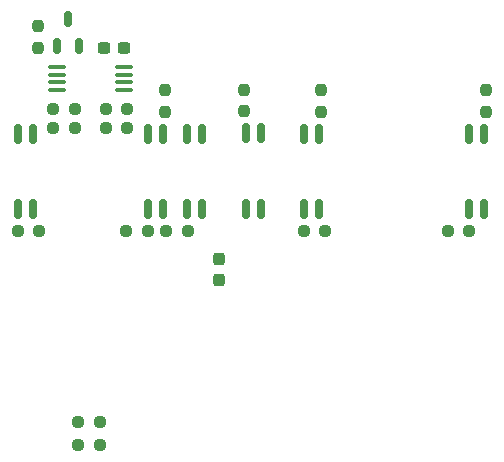
<source format=gtp>
G04 #@! TF.GenerationSoftware,KiCad,Pcbnew,7.0.0*
G04 #@! TF.CreationDate,2023-02-28T23:45:34-08:00*
G04 #@! TF.ProjectId,KYBERNETES-CHASSIS-SHIELD,4b594245-524e-4455-9445-532d43484153,rev?*
G04 #@! TF.SameCoordinates,Original*
G04 #@! TF.FileFunction,Paste,Top*
G04 #@! TF.FilePolarity,Positive*
%FSLAX46Y46*%
G04 Gerber Fmt 4.6, Leading zero omitted, Abs format (unit mm)*
G04 Created by KiCad (PCBNEW 7.0.0) date 2023-02-28 23:45:34*
%MOMM*%
%LPD*%
G01*
G04 APERTURE LIST*
G04 Aperture macros list*
%AMRoundRect*
0 Rectangle with rounded corners*
0 $1 Rounding radius*
0 $2 $3 $4 $5 $6 $7 $8 $9 X,Y pos of 4 corners*
0 Add a 4 corners polygon primitive as box body*
4,1,4,$2,$3,$4,$5,$6,$7,$8,$9,$2,$3,0*
0 Add four circle primitives for the rounded corners*
1,1,$1+$1,$2,$3*
1,1,$1+$1,$4,$5*
1,1,$1+$1,$6,$7*
1,1,$1+$1,$8,$9*
0 Add four rect primitives between the rounded corners*
20,1,$1+$1,$2,$3,$4,$5,0*
20,1,$1+$1,$4,$5,$6,$7,0*
20,1,$1+$1,$6,$7,$8,$9,0*
20,1,$1+$1,$8,$9,$2,$3,0*%
G04 Aperture macros list end*
%ADD10RoundRect,0.150000X0.150000X-0.662500X0.150000X0.662500X-0.150000X0.662500X-0.150000X-0.662500X0*%
%ADD11RoundRect,0.237500X0.250000X0.237500X-0.250000X0.237500X-0.250000X-0.237500X0.250000X-0.237500X0*%
%ADD12RoundRect,0.237500X-0.250000X-0.237500X0.250000X-0.237500X0.250000X0.237500X-0.250000X0.237500X0*%
%ADD13RoundRect,0.237500X-0.237500X0.250000X-0.237500X-0.250000X0.237500X-0.250000X0.237500X0.250000X0*%
%ADD14RoundRect,0.237500X-0.237500X0.300000X-0.237500X-0.300000X0.237500X-0.300000X0.237500X0.300000X0*%
%ADD15RoundRect,0.150000X-0.150000X0.662500X-0.150000X-0.662500X0.150000X-0.662500X0.150000X0.662500X0*%
%ADD16RoundRect,0.237500X0.300000X0.237500X-0.300000X0.237500X-0.300000X-0.237500X0.300000X-0.237500X0*%
%ADD17RoundRect,0.237500X0.237500X-0.250000X0.237500X0.250000X-0.237500X0.250000X-0.237500X-0.250000X0*%
%ADD18RoundRect,0.150000X0.150000X-0.512500X0.150000X0.512500X-0.150000X0.512500X-0.150000X-0.512500X0*%
%ADD19RoundRect,0.100000X-0.637500X-0.100000X0.637500X-0.100000X0.637500X0.100000X-0.637500X0.100000X0*%
G04 APERTURE END LIST*
D10*
X146205000Y-94437500D03*
X147475000Y-94437500D03*
X147475000Y-100812500D03*
X146205000Y-100812500D03*
D11*
X156075000Y-102675000D03*
X157900000Y-102675000D03*
D12*
X170075000Y-102675000D03*
X168250000Y-102675000D03*
D13*
X133550000Y-85325000D03*
X133550000Y-87150000D03*
D11*
X141125000Y-92375000D03*
X139300000Y-92375000D03*
D12*
X146225000Y-102675000D03*
X144400000Y-102675000D03*
D11*
X138775000Y-118850000D03*
X136950000Y-118850000D03*
D14*
X148850000Y-105060000D03*
X148850000Y-106785000D03*
D11*
X136700000Y-93925000D03*
X134875000Y-93925000D03*
D15*
X152475000Y-100787500D03*
X151205000Y-100787500D03*
X151205000Y-94412500D03*
X152475000Y-94412500D03*
D10*
X131855000Y-94437500D03*
X133125000Y-94437500D03*
X133125000Y-100812500D03*
X131855000Y-100812500D03*
D16*
X140875000Y-87150000D03*
X139150000Y-87150000D03*
D11*
X138775000Y-120825000D03*
X136950000Y-120825000D03*
D12*
X139300000Y-93950000D03*
X141125000Y-93950000D03*
D10*
X156080000Y-94437500D03*
X157350000Y-94437500D03*
X157350000Y-100812500D03*
X156080000Y-100812500D03*
D17*
X144325000Y-90737500D03*
X144325000Y-92562500D03*
D18*
X135150000Y-86975000D03*
X137050000Y-86975000D03*
X136100000Y-84700000D03*
D19*
X135137500Y-88775000D03*
X135137500Y-89425000D03*
X135137500Y-90075000D03*
X135137500Y-90725000D03*
X140862500Y-90725000D03*
X140862500Y-90075000D03*
X140862500Y-89425000D03*
X140862500Y-88775000D03*
D11*
X131850000Y-102650000D03*
X133675000Y-102650000D03*
D17*
X171525000Y-90737500D03*
X171525000Y-92562500D03*
D12*
X142850000Y-102675000D03*
X141025000Y-102675000D03*
X134875000Y-92350000D03*
X136700000Y-92350000D03*
D10*
X142880000Y-94437500D03*
X144150000Y-94437500D03*
X144150000Y-100812500D03*
X142880000Y-100812500D03*
X170080000Y-94437500D03*
X171350000Y-94437500D03*
X171350000Y-100812500D03*
X170080000Y-100812500D03*
D13*
X151025000Y-92550000D03*
X151025000Y-90725000D03*
D17*
X157530000Y-90737500D03*
X157530000Y-92562500D03*
M02*

</source>
